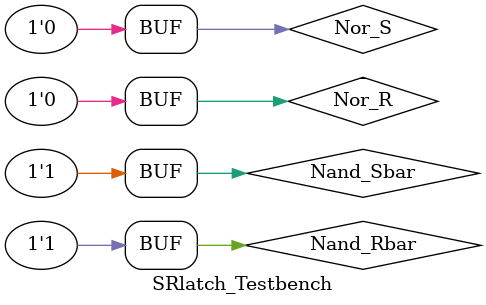
<source format=v>
`timescale 1ns / 1ps


module SRlatch_Testbench;
    reg Nand_Sbar, Nand_Rbar, Nor_S, Nor_R;
    wire Nand_Q, Nand_Qbar, Nor_Q, Nor_Qbar;
    
    SRlatch_Design 
    uut(Nand_Sbar, Nand_Rbar, Nand_Q, Nand_Qbar, 
        Nor_S, Nor_R, Nor_Q, Nor_Qbar);
        initial begin
            {Nand_Sbar, Nand_Rbar} = 2'b00; #10;
            {Nand_Sbar, Nand_Rbar} = 2'b01; #10;
            {Nand_Sbar, Nand_Rbar} = 2'b10; #10;
            {Nand_Sbar, Nand_Rbar} = 2'b11; #10;
        end
        initial begin
            {Nor_S, Nor_R} = 2'b11; #10;
            {Nor_S, Nor_R} = 2'b10; #10;
            {Nor_S, Nor_R} = 2'b01; #10;
            {Nor_S, Nor_R} = 2'b00; #10;
        end
endmodule

</source>
